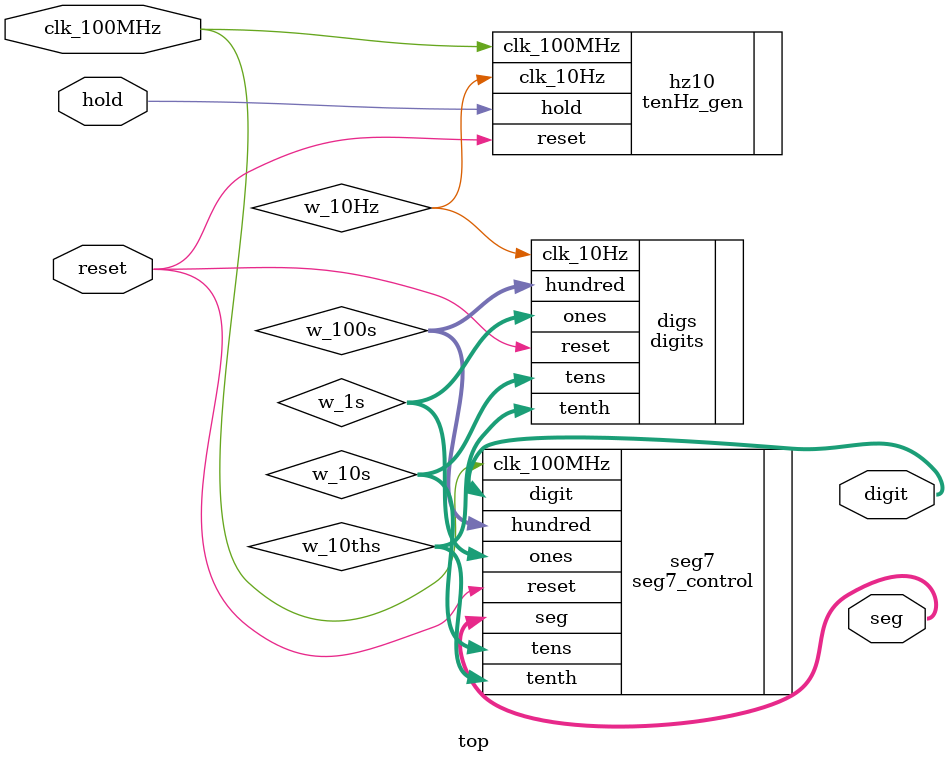
<source format=v>
`timescale 1ns / 1ps


module top(
input clk_100MHz,
input reset,
input hold,
output [6:0] seg,
output [7:0] digit

    );
    
wire w_10Hz;
wire [3:0] w_10ths , w_1s,w_10s , w_100s;


tenHz_gen hz10(.clk_100MHz(clk_100MHz), .reset(reset), .clk_10Hz(w_10Hz), .hold(hold));

digits digs(.clk_10Hz(w_10Hz), .reset(reset) , .tenth(w_10ths), .ones(w_1s), .tens(w_10s), .hundred(w_100s));

seg7_control seg7(.clk_100MHz(clk_100MHz), .reset(reset), .tenth(w_10ths), .ones(w_1s), .tens(w_10s), .hundred(w_100s), .seg(seg), .digit(digit)); 
endmodule

</source>
